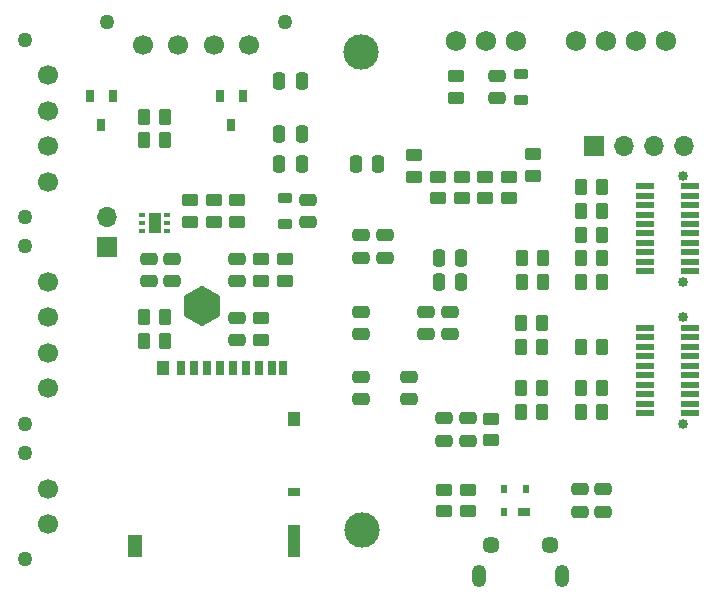
<source format=gbs>
%TF.GenerationSoftware,KiCad,Pcbnew,7.0.2*%
%TF.CreationDate,2023-11-21T14:40:01-06:00*%
%TF.ProjectId,LeaderSOM,4c656164-6572-4534-9f4d-2e6b69636164,rev?*%
%TF.SameCoordinates,Original*%
%TF.FileFunction,Soldermask,Bot*%
%TF.FilePolarity,Negative*%
%FSLAX46Y46*%
G04 Gerber Fmt 4.6, Leading zero omitted, Abs format (unit mm)*
G04 Created by KiCad (PCBNEW 7.0.2) date 2023-11-21 14:40:01*
%MOMM*%
%LPD*%
G01*
G04 APERTURE LIST*
G04 Aperture macros list*
%AMRoundRect*
0 Rectangle with rounded corners*
0 $1 Rounding radius*
0 $2 $3 $4 $5 $6 $7 $8 $9 X,Y pos of 4 corners*
0 Add a 4 corners polygon primitive as box body*
4,1,4,$2,$3,$4,$5,$6,$7,$8,$9,$2,$3,0*
0 Add four circle primitives for the rounded corners*
1,1,$1+$1,$2,$3*
1,1,$1+$1,$4,$5*
1,1,$1+$1,$6,$7*
1,1,$1+$1,$8,$9*
0 Add four rect primitives between the rounded corners*
20,1,$1+$1,$2,$3,$4,$5,0*
20,1,$1+$1,$4,$5,$6,$7,0*
20,1,$1+$1,$6,$7,$8,$9,0*
20,1,$1+$1,$8,$9,$2,$3,0*%
%AMFreePoly0*
4,1,7,1.500000,0.866025,1.500000,-0.866025,0.000000,-1.732051,-1.500000,-0.866025,-1.500000,0.866025,0.000000,1.732051,1.500000,0.866025,1.500000,0.866025,$1*%
G04 Aperture macros list end*
%ADD10C,3.000000*%
%ADD11R,1.700000X1.700000*%
%ADD12O,1.700000X1.700000*%
%ADD13C,1.270000*%
%ADD14C,1.700000*%
%ADD15C,1.725000*%
%ADD16O,1.200000X1.900000*%
%ADD17C,1.450000*%
%ADD18RoundRect,0.250000X-0.262500X-0.450000X0.262500X-0.450000X0.262500X0.450000X-0.262500X0.450000X0*%
%ADD19RoundRect,0.250000X-0.475000X0.250000X-0.475000X-0.250000X0.475000X-0.250000X0.475000X0.250000X0*%
%ADD20RoundRect,0.250000X0.262500X0.450000X-0.262500X0.450000X-0.262500X-0.450000X0.262500X-0.450000X0*%
%ADD21RoundRect,0.250000X0.475000X-0.250000X0.475000X0.250000X-0.475000X0.250000X-0.475000X-0.250000X0*%
%ADD22FreePoly0,180.000000*%
%ADD23R,0.700000X1.000000*%
%ADD24RoundRect,0.250000X0.450000X-0.262500X0.450000X0.262500X-0.450000X0.262500X-0.450000X-0.262500X0*%
%ADD25RoundRect,0.250000X-0.450000X0.262500X-0.450000X-0.262500X0.450000X-0.262500X0.450000X0.262500X0*%
%ADD26RoundRect,0.250000X-0.250000X-0.475000X0.250000X-0.475000X0.250000X0.475000X-0.250000X0.475000X0*%
%ADD27RoundRect,0.250000X0.250000X0.475000X-0.250000X0.475000X-0.250000X-0.475000X0.250000X-0.475000X0*%
%ADD28RoundRect,0.218750X0.381250X-0.218750X0.381250X0.218750X-0.381250X0.218750X-0.381250X-0.218750X0*%
%ADD29R,0.700000X1.200000*%
%ADD30R,1.000000X0.800000*%
%ADD31R,1.000000X2.800000*%
%ADD32R,1.000000X1.200000*%
%ADD33R,1.300000X1.900000*%
%ADD34R,1.000000X0.700000*%
%ADD35R,0.600000X0.700000*%
%ADD36R,0.600000X0.350000*%
%ADD37R,1.100000X1.700000*%
%ADD38RoundRect,0.218750X-0.381250X0.218750X-0.381250X-0.218750X0.381250X-0.218750X0.381250X0.218750X0*%
%ADD39C,0.850000*%
%ADD40R,1.500000X0.550000*%
G04 APERTURE END LIST*
D10*
X120025000Y-93500000D03*
D11*
X139700000Y-61000000D03*
D12*
X142240000Y-61000000D03*
X144780000Y-61000000D03*
X147320000Y-61000000D03*
D13*
X91490000Y-96000000D03*
X91490000Y-87000000D03*
D14*
X93450000Y-93000000D03*
X93450000Y-90000000D03*
D13*
X98500000Y-50490000D03*
X113500000Y-50490000D03*
D14*
X101500000Y-52450000D03*
X104500000Y-52450000D03*
X107500000Y-52450000D03*
X110500000Y-52450000D03*
D11*
X98500000Y-69525000D03*
D12*
X98500000Y-66985000D03*
D13*
X91490000Y-67000000D03*
X91490000Y-52000000D03*
D14*
X93450000Y-64000000D03*
X93450000Y-61000000D03*
X93450000Y-58000000D03*
X93450000Y-55000000D03*
D15*
X128055000Y-52100000D03*
X130595000Y-52100000D03*
X133135000Y-52100000D03*
X138215000Y-52100000D03*
X140755000Y-52100000D03*
X143295000Y-52100000D03*
X145835000Y-52100000D03*
D16*
X130000000Y-97437500D03*
D17*
X131000000Y-94737500D03*
X136000000Y-94737500D03*
D16*
X137000000Y-97437500D03*
D13*
X91540000Y-84500000D03*
X91540000Y-69500000D03*
D14*
X93500000Y-81500000D03*
X93500000Y-78500000D03*
X93500000Y-75500000D03*
X93500000Y-72500000D03*
D10*
X120000000Y-53000000D03*
D18*
X138587500Y-78000000D03*
X140412500Y-78000000D03*
D19*
X122000000Y-68550000D03*
X122000000Y-70450000D03*
D20*
X135325000Y-76000000D03*
X133500000Y-76000000D03*
D21*
X127000000Y-85950000D03*
X127000000Y-84050000D03*
X129000001Y-85950000D03*
X129000001Y-84050000D03*
D19*
X120000000Y-68550000D03*
X120000000Y-70450000D03*
X138500000Y-90050000D03*
X138500000Y-91950000D03*
D20*
X135412500Y-70500000D03*
X133587500Y-70500000D03*
D18*
X138587500Y-64500000D03*
X140412500Y-64500000D03*
D21*
X125500000Y-76950000D03*
X125500000Y-75050000D03*
D22*
X106500000Y-74500000D03*
D19*
X102000000Y-70550000D03*
X102000000Y-72450000D03*
D18*
X101587500Y-75500000D03*
X103412500Y-75500000D03*
D23*
X97050000Y-56800000D03*
X98950000Y-56800000D03*
X98000000Y-59200000D03*
D24*
X131000000Y-85912500D03*
X131000000Y-84087500D03*
D21*
X131500000Y-56950000D03*
X131500000Y-55050000D03*
D25*
X132500000Y-63587500D03*
X132500000Y-65412500D03*
D19*
X104000000Y-70550000D03*
X104000000Y-72450000D03*
D21*
X120000000Y-76950000D03*
X120000000Y-75050000D03*
D18*
X138587500Y-72500000D03*
X140412500Y-72500000D03*
D20*
X135325000Y-81500000D03*
X133500000Y-81500000D03*
D26*
X113050000Y-55500000D03*
X114950000Y-55500000D03*
D24*
X128000000Y-56912500D03*
X128000000Y-55087500D03*
D26*
X113050000Y-60000000D03*
X114950000Y-60000000D03*
D18*
X138587500Y-83500000D03*
X140412500Y-83500000D03*
D25*
X111500000Y-70587500D03*
X111500000Y-72412500D03*
D24*
X134500000Y-63525000D03*
X134500000Y-61700000D03*
D20*
X135325000Y-78000000D03*
X133500000Y-78000000D03*
D27*
X128450000Y-70500000D03*
X126550000Y-70500000D03*
D19*
X140500000Y-90050000D03*
X140500000Y-91950000D03*
D18*
X138587500Y-81500000D03*
X140412500Y-81500000D03*
D28*
X133500000Y-57062500D03*
X133500000Y-54937500D03*
D29*
X104725000Y-79775000D03*
X105825000Y-79775000D03*
X106925000Y-79775000D03*
X108025000Y-79775000D03*
X109125000Y-79775000D03*
X110225000Y-79775000D03*
X111325000Y-79775000D03*
X112425000Y-79775000D03*
X113375000Y-79775000D03*
D30*
X114325000Y-90275000D03*
D31*
X114325000Y-94425000D03*
D32*
X114325000Y-84075000D03*
X103175000Y-79775000D03*
D33*
X100825000Y-94875000D03*
D34*
X133750000Y-92000000D03*
D35*
X132050000Y-92000000D03*
X132050000Y-90000000D03*
X133950000Y-90000000D03*
D25*
X128500000Y-63587500D03*
X128500000Y-65412500D03*
D18*
X138587500Y-68500000D03*
X140412500Y-68500000D03*
D25*
X129000000Y-90087500D03*
X129000000Y-91912500D03*
D18*
X138587500Y-66500000D03*
X140412500Y-66500000D03*
D25*
X126500000Y-63587500D03*
X126500000Y-65412500D03*
D21*
X109500000Y-77450000D03*
X109500000Y-75550000D03*
D36*
X101450000Y-68150000D03*
X101450000Y-67500000D03*
X101450000Y-66850000D03*
X103550000Y-66850000D03*
X103550000Y-67500000D03*
X103550000Y-68150000D03*
D37*
X102500000Y-67500000D03*
D27*
X128450000Y-72500000D03*
X126550000Y-72500000D03*
D21*
X127500000Y-76950000D03*
X127500000Y-75050000D03*
D38*
X113500000Y-65437500D03*
X113500000Y-67562500D03*
D26*
X113050000Y-62500000D03*
X114950000Y-62500000D03*
X119550000Y-62500000D03*
X121450000Y-62500000D03*
D25*
X127000000Y-90087500D03*
X127000000Y-91912500D03*
D20*
X103412500Y-58500000D03*
X101587500Y-58500000D03*
D18*
X138587500Y-70500000D03*
X140412500Y-70500000D03*
D21*
X115500000Y-67450000D03*
X115500000Y-65550000D03*
X124000000Y-82450000D03*
X124000000Y-80550000D03*
D20*
X135412500Y-72500000D03*
X133587500Y-72500000D03*
D39*
X147250000Y-84500000D03*
X147250000Y-75500000D03*
D40*
X144050000Y-76400000D03*
X147850000Y-76400000D03*
X144050000Y-77200000D03*
X147850000Y-77200000D03*
X144050000Y-78000000D03*
X147850000Y-78000000D03*
X144050000Y-78800000D03*
X147850000Y-78800000D03*
X144050000Y-79600000D03*
X147850000Y-79600000D03*
X144050000Y-80400000D03*
X147850000Y-80400000D03*
X144050000Y-81200000D03*
X147850000Y-81200000D03*
X144050000Y-82000000D03*
X147850000Y-82000000D03*
X144050000Y-82800000D03*
X147850000Y-82800000D03*
X144050000Y-83600000D03*
X147850000Y-83600000D03*
D25*
X113500000Y-70587500D03*
X113500000Y-72412500D03*
D24*
X130500000Y-65412500D03*
X130500000Y-63587500D03*
D20*
X135325000Y-83500000D03*
X133500000Y-83500000D03*
D24*
X124500000Y-63612500D03*
X124500000Y-61787500D03*
D20*
X103412501Y-77500000D03*
X101587501Y-77500000D03*
D24*
X107500000Y-67412500D03*
X107500000Y-65587500D03*
D25*
X111500000Y-75587500D03*
X111500000Y-77412500D03*
D21*
X120000000Y-82450000D03*
X120000000Y-80550000D03*
D23*
X108050000Y-56800000D03*
X109950000Y-56800000D03*
X109000000Y-59200000D03*
D39*
X147250000Y-72500000D03*
X147250000Y-63500000D03*
D40*
X144050000Y-64400000D03*
X147850000Y-64400000D03*
X144050000Y-65200000D03*
X147850000Y-65200000D03*
X144050000Y-66000000D03*
X147850000Y-66000000D03*
X144050000Y-66800000D03*
X147850000Y-66800000D03*
X144050000Y-67600000D03*
X147850000Y-67600000D03*
X144050000Y-68400000D03*
X147850000Y-68400000D03*
X144050000Y-69200000D03*
X147850000Y-69200000D03*
X144050000Y-70000000D03*
X147850000Y-70000000D03*
X144050000Y-70800000D03*
X147850000Y-70800000D03*
X144050000Y-71600000D03*
X147850000Y-71600000D03*
D18*
X101587500Y-60500000D03*
X103412500Y-60500000D03*
D24*
X105499999Y-67412500D03*
X105499999Y-65587500D03*
D21*
X109500000Y-72449999D03*
X109500000Y-70549999D03*
D24*
X109500001Y-67412500D03*
X109500001Y-65587500D03*
M02*

</source>
